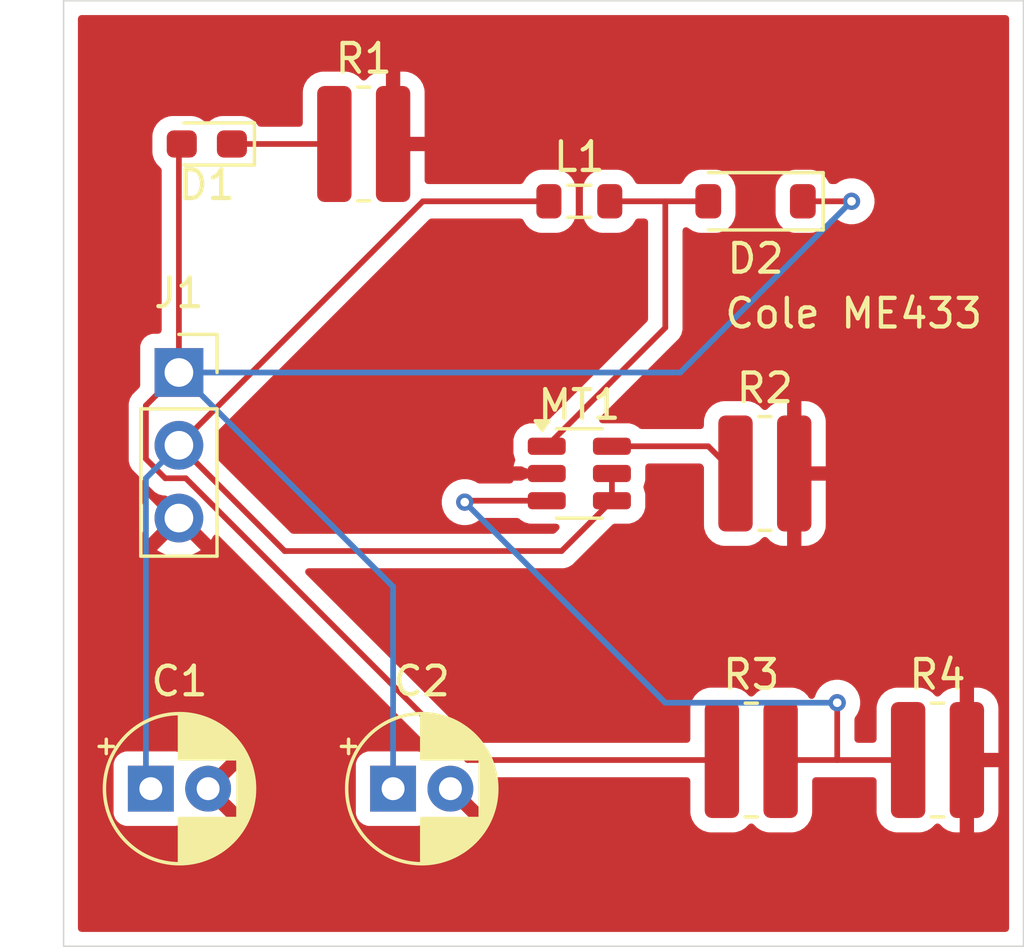
<source format=kicad_pcb>
(kicad_pcb (version 20241229) (generator "pcbnew") (generator_version "9.0")
  (layers (0 "F.Cu" signal) (2 "B.Cu" signal) (13 "F.Paste" user) (15 "B.Paste" user) (5 "F.SilkS" user "F.Silkscreen") (7 "B.SilkS" user "B.Silkscreen") (1 "F.Mask" user) (3 "B.Mask" user) (25 "Edge.Cuts" user))
  (net 0 "")
  (net 1 "GND")
  (net 2 "VCC")
  (net 3 "+5V")
  (net 4 "Net-(D1-K)")
  (net 5 "Net-(D2-A)")
  (net 6 "Net-(MT1-6-OC)")
  (net 7 "Net-(MT1-3-FB)")
  (footprint "Package_TO_SOT_SMD:SOT-23-6" (layer "F.Cu") (at 120 73.5)
    (property "Reference" "MT1" (at 0 -2.4 0) (layer "F.SilkS"))
    (property "Value" "~")
    (fp_line (start 0 -1.56) (end -0.8 -1.56) (stroke (width 0.12)) (layer "F.SilkS"))
    (fp_line (start 0 -1.56) (end 0.8 -1.56) (stroke (width 0.12)) (layer "F.SilkS"))
    (fp_line (start 0 1.56) (end -0.8 1.56) (stroke (width 0.12)) (layer "F.SilkS"))
    (fp_line (start 0 1.56) (end 0.8 1.56) (stroke (width 0.12)) (layer "F.SilkS"))
    (fp_poly (pts (xy -1.3 -1.51) (xy -1.54 -1.84) (xy -1.06 -1.84)) (stroke (width 0.12)) (fill yes) (layer "F.SilkS"))
    (pad "1" smd roundrect (at -1.1375 -0.95) (size 1.325 0.6) (layers "F.Cu" "F.Mask" "F.Paste") (net 5 "Net-(D2-A)"))
    (pad "2" smd roundrect (at -1.1375 0) (size 1.325 0.6) (layers "F.Cu" "F.Mask" "F.Paste") (net 1 "GND"))
    (pad "3" smd roundrect (at -1.1375 0.95) (size 1.325 0.6) (layers "F.Cu" "F.Mask" "F.Paste") (net 7 "Net-(MT1-3-FB)"))
    (pad "4" smd roundrect (at 1.1375 0.95) (size 1.325 0.6) (layers "F.Cu" "F.Mask" "F.Paste") (net 2 "VCC"))
    (pad "5" smd roundrect (at 1.1375 0) (size 1.325 0.6) (layers "F.Cu" "F.Mask" "F.Paste") (net 2 "VCC"))
    (pad "6" smd roundrect (at 1.1375 -0.95) (size 1.325 0.6) (layers "F.Cu" "F.Mask" "F.Paste") (net 6 "Net-(MT1-6-OC)"))
  )
  (footprint "Capacitor_THT:CP_Radial_D5.0mm_P2.00mm" (layer "F.Cu") (at 113.5 84.5)
    (property "Reference" "C2" (at 1 -3.75 0) (layer "F.SilkS"))
    (property "Value" "22 uF")
    (fp_line (start -1.804775 -1.475) (end -1.304775 -1.475) (stroke (width 0.12)) (layer "F.SilkS"))
    (fp_line (start -1.554775 -1.725) (end -1.554775 -1.225) (stroke (width 0.12)) (layer "F.SilkS"))
    (fp_line (start 1 -2.58) (end 1 -1.04) (stroke (width 0.12)) (layer "F.SilkS"))
    (fp_line (start 1 1.04) (end 1 2.58) (stroke (width 0.12)) (layer "F.SilkS"))
    (fp_line (start 1.04 -2.58) (end 1.04 -1.04) (stroke (width 0.12)) (layer "F.SilkS"))
    (fp_line (start 1.04 1.04) (end 1.04 2.58) (stroke (width 0.12)) (layer "F.SilkS"))
    (fp_line (start 1.08 -2.579) (end 1.08 -1.04) (stroke (width 0.12)) (layer "F.SilkS"))
    (fp_line (start 1.08 1.04) (end 1.08 2.579) (stroke (width 0.12)) (layer "F.SilkS"))
    (fp_line (start 1.12 -2.577) (end 1.12 -1.04) (stroke (width 0.12)) (layer "F.SilkS"))
    (fp_line (start 1.12 1.04) (end 1.12 2.577) (stroke (width 0.12)) (layer "F.SilkS"))
    (fp_line (start 1.16 -2.575) (end 1.16 -1.04) (stroke (width 0.12)) (layer "F.SilkS"))
    (fp_line (start 1.16 1.04) (end 1.16 2.575) (stroke (width 0.12)) (layer "F.SilkS"))
    (fp_line (start 1.2 -2.572) (end 1.2 -1.04) (stroke (width 0.12)) (layer "F.SilkS"))
    (fp_line (start 1.2 1.04) (end 1.2 2.572) (stroke (width 0.12)) (layer "F.SilkS"))
    (fp_line (start 1.24 -2.569) (end 1.24 -1.04) (stroke (width 0.12)) (layer "F.SilkS"))
    (fp_line (start 1.24 1.04) (end 1.24 2.569) (stroke (width 0.12)) (layer "F.SilkS"))
    (fp_line (start 1.28 -2.565) (end 1.28 -1.04) (stroke (width 0.12)) (layer "F.SilkS"))
    (fp_line (start 1.28 1.04) (end 1.28 2.565) (stroke (width 0.12)) (layer "F.SilkS"))
    (fp_line (start 1.32 -2.56) (end 1.32 -1.04) (stroke (width 0.12)) (layer "F.SilkS"))
    (fp_line (start 1.32 1.04) (end 1.32 2.56) (stroke (width 0.12)) (layer "F.SilkS"))
    (fp_line (start 1.36 -2.555) (end 1.36 -1.04) (stroke (width 0.12)) (layer "F.SilkS"))
    (fp_line (start 1.36 1.04) (end 1.36 2.555) (stroke (width 0.12)) (layer "F.SilkS"))
    (fp_line (start 1.4 -2.549) (end 1.4 -1.04) (stroke (width 0.12)) (layer "F.SilkS"))
    (fp_line (start 1.4 1.04) (end 1.4 2.549) (stroke (width 0.12)) (layer "F.SilkS"))
    (fp_line (start 1.44 -2.543) (end 1.44 -1.04) (stroke (width 0.12)) (layer "F.SilkS"))
    (fp_line (start 1.44 1.04) (end 1.44 2.543) (stroke (width 0.12)) (layer "F.SilkS"))
    (fp_line (start 1.48 -2.536) (end 1.48 -1.04) (stroke (width 0.12)) (layer "F.SilkS"))
    (fp_line (start 1.48 1.04) (end 1.48 2.536) (stroke (width 0.12)) (layer "F.SilkS"))
    (fp_line (start 1.52 -2.528) (end 1.52 -1.04) (stroke (width 0.12)) (layer "F.SilkS"))
    (fp_line (start 1.52 1.04) (end 1.52 2.528) (stroke (width 0.12)) (layer "F.SilkS"))
    (fp_line (start 1.56 -2.519) (end 1.56 -1.04) (stroke (width 0.12)) (layer "F.SilkS"))
    (fp_line (start 1.56 1.04) (end 1.56 2.519) (stroke (width 0.12)) (layer "F.SilkS"))
    (fp_line (start 1.6 -2.51) (end 1.6 -1.04) (stroke (width 0.12)) (layer "F.SilkS"))
    (fp_line (start 1.6 1.04) (end 1.6 2.51) (stroke (width 0.12)) (layer "F.SilkS"))
    (fp_line (start 1.64 -2.501) (end 1.64 -1.04) (stroke (width 0.12)) (layer "F.SilkS"))
    (fp_line (start 1.64 1.04) (end 1.64 2.501) (stroke (width 0.12)) (layer "F.SilkS"))
    (fp_line (start 1.68 -2.49) (end 1.68 -1.04) (stroke (width 0.12)) (layer "F.SilkS"))
    (fp_line (start 1.68 1.04) (end 1.68 2.49) (stroke (width 0.12)) (layer "F.SilkS"))
    (fp_line (start 1.72 -2.479) (end 1.72 -1.04) (stroke (width 0.12)) (layer "F.SilkS"))
    (fp_line (start 1.72 1.04) (end 1.72 2.479) (stroke (width 0.12)) (layer "F.SilkS"))
    (fp_line (start 1.76 -2.467) (end 1.76 -1.04) (stroke (width 0.12)) (layer "F.SilkS"))
    (fp_line (start 1.76 1.04) (end 1.76 2.467) (stroke (width 0.12)) (layer "F.SilkS"))
    (fp_line (start 1.8 -2.455) (end 1.8 -1.04) (stroke (width 0.12)) (layer "F.SilkS"))
    (fp_line (start 1.8 1.04) (end 1.8 2.455) (stroke (width 0.12)) (layer "F.SilkS"))
    (fp_line (start 1.84 -2.442) (end 1.84 -1.04) (stroke (width 0.12)) (layer "F.SilkS"))
    (fp_line (start 1.84 1.04) (end 1.84 2.442) (stroke (width 0.12)) (layer "F.SilkS"))
    (fp_line (start 1.88 -2.428) (end 1.88 -1.04) (stroke (width 0.12)) (layer "F.SilkS"))
    (fp_line (start 1.88 1.04) (end 1.88 2.428) (stroke (width 0.12)) (layer "F.SilkS"))
    (fp_line (start 1.92 -2.413) (end 1.92 -1.04) (stroke (width 0.12)) (layer "F.SilkS"))
    (fp_line (start 1.92 1.04) (end 1.92 2.413) (stroke (width 0.12)) (layer "F.SilkS"))
    (fp_line (start 1.96 -2.398) (end 1.96 -1.04) (stroke (width 0.12)) (layer "F.SilkS"))
    (fp_line (start 1.96 1.04) (end 1.96 2.398) (stroke (width 0.12)) (layer "F.SilkS"))
    (fp_line (start 2 -2.382) (end 2 -1.04) (stroke (width 0.12)) (layer "F.SilkS"))
    (fp_line (start 2 1.04) (end 2 2.382) (stroke (width 0.12)) (layer "F.SilkS"))
    (fp_line (start 2.04 -2.365) (end 2.04 -1.04) (stroke (width 0.12)) (layer "F.SilkS"))
    (fp_line (start 2.04 1.04) (end 2.04 2.365) (stroke (width 0.12)) (layer "F.SilkS"))
    (fp_line (start 2.08 -2.347) (end 2.08 -1.04) (stroke (width 0.12)) (layer "F.SilkS"))
    (fp_line (start 2.08 1.04) (end 2.08 2.347) (stroke (width 0.12)) (layer "F.SilkS"))
    (fp_line (start 2.12 -2.329) (end 2.12 -1.04) (stroke (width 0.12)) (layer "F.SilkS"))
    (fp_line (start 2.12 1.04) (end 2.12 2.329) (stroke (width 0.12)) (layer "F.SilkS"))
    (fp_line (start 2.16 -2.309) (end 2.16 -1.04) (stroke (width 0.12)) (layer "F.SilkS"))
    (fp_line (start 2.16 1.04) (end 2.16 2.309) (stroke (width 0.12)) (layer "F.SilkS"))
    (fp_line (start 2.2 -2.289) (end 2.2 -1.04) (stroke (width 0.12)) (layer "F.SilkS"))
    (fp_line (start 2.2 1.04) (end 2.2 2.289) (stroke (width 0.12)) (layer "F.SilkS"))
    (fp_line (start 2.24 -2.268) (end 2.24 -1.04) (stroke (width 0.12)) (layer "F.SilkS"))
    (fp_line (start 2.24 1.04) (end 2.24 2.268) (stroke (width 0.12)) (layer "F.SilkS"))
    (fp_line (start 2.28 -2.246) (end 2.28 -1.04) (stroke (width 0.12)) (layer "F.SilkS"))
    (fp_line (start 2.28 1.04) (end 2.28 2.246) (stroke (width 0.12)) (layer "F.SilkS"))
    (fp_line (start 2.32 -2.223) (end 2.32 -1.04) (stroke (width 0.12)) (layer "F.SilkS"))
    (fp_line (start 2.32 1.04) (end 2.32 2.223) (stroke (width 0.12)) (layer "F.SilkS"))
    (fp_line (start 2.36 -2.199) (end 2.36 -1.04) (stroke (width 0.12)) (layer "F.SilkS"))
    (fp_line (start 2.36 1.04) (end 2.36 2.199) (stroke (width 0.12)) (layer "F.SilkS"))
    (fp_line (start 2.4 -2.175) (end 2.4 -1.04) (stroke (width 0.12)) (layer "F.SilkS"))
    (fp_line (start 2.4 1.04) (end 2.4 2.175) (stroke (width 0.12)) (layer "F.SilkS"))
    (fp_line (start 2.44 -2.149) (end 2.44 -1.04) (stroke (width 0.12)) (layer "F.SilkS"))
    (fp_line (start 2.44 1.04) (end 2.44 2.149) (stroke (width 0.12)) (layer "F.SilkS"))
    (fp_line (start 2.48 -2.122) (end 2.48 -1.04) (stroke (width 0.12)) (layer "F.SilkS"))
    (fp_line (start 2.48 1.04) (end 2.48 2.122) (stroke (width 0.12)) (layer "F.SilkS"))
    (fp_line (start 2.52 -2.094) (end 2.52 -1.04) (stroke (width 0.12)) (layer "F.SilkS"))
    (fp_line (start 2.52 1.04) (end 2.52 2.094) (stroke (width 0.12)) (layer "F.SilkS"))
    (fp_line (start 2.56 -2.065) (end 2.56 -1.04) (stroke (width 0.12)) (layer "F.SilkS"))
    (fp_line (start 2.56 1.04) (end 2.56 2.065) (stroke (width 0.12)) (layer "F.SilkS"))
    (fp_line (start 2.6 -2.035) (end 2.6 -1.04) (stroke (width 0.12)) (layer "F.SilkS"))
    (fp_line (start 2.6 1.04) (end 2.6 2.035) (stroke (width 0.12)) (layer "F.SilkS"))
    (fp_line (start 2.64 -2.003) (end 2.64 -1.04) (stroke (width 0.12)) (layer "F.SilkS"))
    (fp_line (start 2.64 1.04) (end 2.64 2.003) (stroke (width 0.12)) (layer "F.SilkS"))
    (fp_line (start 2.68 -1.97) (end 2.68 -1.04) (stroke (width 0.12)) (layer "F.SilkS"))
    (fp_line (start 2.68 1.04) (end 2.68 1.97) (stroke (width 0.12)) (layer "F.SilkS"))
    (fp_line (start 2.72 -1.936) (end 2.72 -1.04) (stroke (width 0.12)) (layer "F.SilkS"))
    (fp_line (start 2.72 1.04) (end 2.72 1.936) (stroke (width 0.12)) (layer "F.SilkS"))
    (fp_line (start 2.76 -1.901) (end 2.76 -1.04) (stroke (width 0.12)) (layer "F.SilkS"))
    (fp_line (start 2.76 1.04) (end 2.76 1.901) (stroke (width 0.12)) (layer "F.SilkS"))
    (fp_line (start 2.8 -1.864) (end 2.8 -1.04) (stroke (width 0.12)) (layer "F.SilkS"))
    (fp_line (start 2.8 1.04) (end 2.8 1.864) (stroke (width 0.12)) (layer "F.SilkS"))
    (fp_line (start 2.84 -1.825) (end 2.84 -1.04) (stroke (width 0.12)) (layer "F.SilkS"))
    (fp_line (start 2.84 1.04) (end 2.84 1.825) (stroke (width 0.12)) (layer "F.SilkS"))
    (fp_line (start 2.88 -1.785) (end 2.88 -1.04) (stroke (width 0.12)) (layer "F.SilkS"))
    (fp_line (start 2.88 1.04) (end 2.88 1.785) (stroke (width 0.12)) (layer "F.SilkS"))
    (fp_line (start 2.92 -1.743) (end 2.92 -1.04) (stroke (width 0.12)) (layer "F.SilkS"))
    (fp_line (start 2.92 1.04) (end 2.92 1.743) (stroke (width 0.12)) (layer "F.SilkS"))
    (fp_line (start 2.96 -1.699) (end 2.96 -1.04) (stroke (width 0.12)) (layer "F.SilkS"))
    (fp_line (start 2.96 1.04) (end 2.96 1.699) (stroke (width 0.12)) (layer "F.SilkS"))
    (fp_line (start 3 -1.652) (end 3 -1.04) (stroke (width 0.12)) (layer "F.SilkS"))
    (fp_line (start 3 1.04) (end 3 1.652) (stroke (width 0.12)) (layer "F.SilkS"))
    (fp_line (start 3.04 -1.604) (end 3.04 1.604) (stroke (width 0.12)) (layer "F.SilkS"))
    (fp_line (start 3.08 -1.553) (end 3.08 1.553) (stroke (width 0.12)) (layer "F.SilkS"))
    (fp_line (start 3.12 -1.499) (end 3.12 1.499) (stroke (width 0.12)) (layer "F.SilkS"))
    (fp_line (start 3.16 -1.443) (end 3.16 1.443) (stroke (width 0.12)) (layer "F.SilkS"))
    (fp_line (start 3.2 -1.383) (end 3.2 1.383) (stroke (width 0.12)) (layer "F.SilkS"))
    (fp_line (start 3.24 -1.319) (end 3.24 1.319) (stroke (width 0.12)) (layer "F.SilkS"))
    (fp_line (start 3.28 -1.251) (end 3.28 1.251) (stroke (width 0.12)) (layer "F.SilkS"))
    (fp_line (start 3.32 -1.177) (end 3.32 1.177) (stroke (width 0.12)) (layer "F.SilkS"))
    (fp_line (start 3.36 -1.098) (end 3.36 1.098) (stroke (width 0.12)) (layer "F.SilkS"))
    (fp_line (start 3.4 -1.011) (end 3.4 1.011) (stroke (width 0.12)) (layer "F.SilkS"))
    (fp_line (start 3.44 -0.914) (end 3.44 0.914) (stroke (width 0.12)) (layer "F.SilkS"))
    (fp_line (start 3.48 -0.805) (end 3.48 0.805) (stroke (width 0.12)) (layer "F.SilkS"))
    (fp_line (start 3.52 -0.677) (end 3.52 0.677) (stroke (width 0.12)) (layer "F.SilkS"))
    (fp_line (start 3.56 -0.517) (end 3.56 0.517) (stroke (width 0.12)) (layer "F.SilkS"))
    (fp_line (start 3.6 -0.283) (end 3.6 0.283) (stroke (width 0.12)) (layer "F.SilkS"))
    (fp_circle (center 1 0) (end 3.62 0) (stroke (width 0.12)) (fill no) (layer "F.SilkS"))
    (pad "1" thru_hole rect (at 0 0) (size 1.6 1.6) (drill 0.8) (layers "*.Cu" "*.Mask") (net 3 "+5V"))
    (pad "2" thru_hole circle (at 2 0) (size 1.6 1.6) (drill 0.8) (layers "*.Cu" "*.Mask") (net 1 "GND"))
  )
  (footprint "Resistor_SMD:R_0815_2038Metric_Pad1.20x4.05mm_HandSolder" (layer "F.Cu") (at 126 83.5)
    (property "Reference" "R3" (at 0 -2.98 0) (layer "F.SilkS"))
    (property "Value" "110k")
    (fp_line (start -0.210242 -1.985) (end 0.210242 -1.985) (stroke (width 0.12)) (layer "F.SilkS"))
    (fp_line (start -0.210242 1.985) (end 0.210242 1.985) (stroke (width 0.12)) (layer "F.SilkS"))
    (pad "1" smd roundrect (at -1.025 0) (size 1.2 4.05) (layers "F.Cu" "F.Mask" "F.Paste") (roundrect_rratio 0.208333) (net 3 "+5V"))
    (pad "2" smd roundrect (at 1.025 0) (size 1.2 4.05) (layers "F.Cu" "F.Mask" "F.Paste") (roundrect_rratio 0.208333) (net 7 "Net-(MT1-3-FB)"))
  )
  (footprint "Capacitor_THT:CP_Radial_D5.0mm_P2.00mm" (layer "F.Cu") (at 105.044888 84.5)
    (property "Reference" "C1" (at 1 -3.75 0) (layer "F.SilkS"))
    (property "Value" "22 uF")
    (fp_line (start -1.804775 -1.475) (end -1.304775 -1.475) (stroke (width 0.12)) (layer "F.SilkS"))
    (fp_line (start -1.554775 -1.725) (end -1.554775 -1.225) (stroke (width 0.12)) (layer "F.SilkS"))
    (fp_line (start 1 -2.58) (end 1 -1.04) (stroke (width 0.12)) (layer "F.SilkS"))
    (fp_line (start 1 1.04) (end 1 2.58) (stroke (width 0.12)) (layer "F.SilkS"))
    (fp_line (start 1.04 -2.58) (end 1.04 -1.04) (stroke (width 0.12)) (layer "F.SilkS"))
    (fp_line (start 1.04 1.04) (end 1.04 2.58) (stroke (width 0.12)) (layer "F.SilkS"))
    (fp_line (start 1.08 -2.579) (end 1.08 -1.04) (stroke (width 0.12)) (layer "F.SilkS"))
    (fp_line (start 1.08 1.04) (end 1.08 2.579) (stroke (width 0.12)) (layer "F.SilkS"))
    (fp_line (start 1.12 -2.577) (end 1.12 -1.04) (stroke (width 0.12)) (layer "F.SilkS"))
    (fp_line (start 1.12 1.04) (end 1.12 2.577) (stroke (width 0.12)) (layer "F.SilkS"))
    (fp_line (start 1.16 -2.575) (end 1.16 -1.04) (stroke (width 0.12)) (layer "F.SilkS"))
    (fp_line (start 1.16 1.04) (end 1.16 2.575) (stroke (width 0.12)) (layer "F.SilkS"))
    (fp_line (start 1.2 -2.572) (end 1.2 -1.04) (stroke (width 0.12)) (layer "F.SilkS"))
    (fp_line (start 1.2 1.04) (end 1.2 2.572) (stroke (width 0.12)) (layer "F.SilkS"))
    (fp_line (start 1.24 -2.569) (end 1.24 -1.04) (stroke (width 0.12)) (layer "F.SilkS"))
    (fp_line (start 1.24 1.04) (end 1.24 2.569) (stroke (width 0.12)) (layer "F.SilkS"))
    (fp_line (start 1.28 -2.565) (end 1.28 -1.04) (stroke (width 0.12)) (layer "F.SilkS"))
    (fp_line (start 1.28 1.04) (end 1.28 2.565) (stroke (width 0.12)) (layer "F.SilkS"))
    (fp_line (start 1.32 -2.56) (end 1.32 -1.04) (stroke (width 0.12)) (layer "F.SilkS"))
    (fp_line (start 1.32 1.04) (end 1.32 2.56) (stroke (width 0.12)) (layer "F.SilkS"))
    (fp_line (start 1.36 -2.555) (end 1.36 -1.04) (stroke (width 0.12)) (layer "F.SilkS"))
    (fp_line (start 1.36 1.04) (end 1.36 2.555) (stroke (width 0.12)) (layer "F.SilkS"))
    (fp_line (start 1.4 -2.549) (end 1.4 -1.04) (stroke (width 0.12)) (layer "F.SilkS"))
    (fp_line (start 1.4 1.04) (end 1.4 2.549) (stroke (width 0.12)) (layer "F.SilkS"))
    (fp_line (start 1.44 -2.543) (end 1.44 -1.04) (stroke (width 0.12)) (layer "F.SilkS"))
    (fp_line (start 1.44 1.04) (end 1.44 2.543) (stroke (width 0.12)) (layer "F.SilkS"))
    (fp_line (start 1.48 -2.536) (end 1.48 -1.04) (stroke (width 0.12)) (layer "F.SilkS"))
    (fp_line (start 1.48 1.04) (end 1.48 2.536) (stroke (width 0.12)) (layer "F.SilkS"))
    (fp_line (start 1.52 -2.528) (end 1.52 -1.04) (stroke (width 0.12)) (layer "F.SilkS"))
    (fp_line (start 1.52 1.04) (end 1.52 2.528) (stroke (width 0.12)) (layer "F.SilkS"))
    (fp_line (start 1.56 -2.519) (end 1.56 -1.04) (stroke (width 0.12)) (layer "F.SilkS"))
    (fp_line (start 1.56 1.04) (end 1.56 2.519) (stroke (width 0.12)) (layer "F.SilkS"))
    (fp_line (start 1.6 -2.51) (end 1.6 -1.04) (stroke (width 0.12)) (layer "F.SilkS"))
    (fp_line (start 1.6 1.04) (end 1.6 2.51) (stroke (width 0.12)) (layer "F.SilkS"))
    (fp_line (start 1.64 -2.501) (end 1.64 -1.04) (stroke (width 0.12)) (layer "F.SilkS"))
    (fp_line (start 1.64 1.04) (end 1.64 2.501) (stroke (width 0.12)) (layer "F.SilkS"))
    (fp_line (start 1.68 -2.49) (end 1.68 -1.04) (stroke (width 0.12)) (layer "F.SilkS"))
    (fp_line (start 1.68 1.04) (end 1.68 2.49) (stroke (width 0.12)) (layer "F.SilkS"))
    (fp_line (start 1.72 -2.479) (end 1.72 -1.04) (stroke (width 0.12)) (layer "F.SilkS"))
    (fp_line (start 1.72 1.04) (end 1.72 2.479) (stroke (width 0.12)) (layer "F.SilkS"))
    (fp_line (start 1.76 -2.467) (end 1.76 -1.04) (stroke (width 0.12)) (layer "F.SilkS"))
    (fp_line (start 1.76 1.04) (end 1.76 2.467) (stroke (width 0.12)) (layer "F.SilkS"))
    (fp_line (start 1.8 -2.455) (end 1.8 -1.04) (stroke (width 0.12)) (layer "F.SilkS"))
    (fp_line (start 1.8 1.04) (end 1.8 2.455) (stroke (width 0.12)) (layer "F.SilkS"))
    (fp_line (start 1.84 -2.442) (end 1.84 -1.04) (stroke (width 0.12)) (layer "F.SilkS"))
    (fp_line (start 1.84 1.04) (end 1.84 2.442) (stroke (width 0.12)) (layer "F.SilkS"))
    (fp_line (start 1.88 -2.428) (end 1.88 -1.04) (stroke (width 0.12)) (layer "F.SilkS"))
    (fp_line (start 1.88 1.04) (end 1.88 2.428) (stroke (width 0.12)) (layer "F.SilkS"))
    (fp_line (start 1.92 -2.413) (end 1.92 -1.04) (stroke (width 0.12)) (layer "F.SilkS"))
    (fp_line (start 1.92 1.04) (end 1.92 2.413) (stroke (width 0.12)) (layer "F.SilkS"))
    (fp_line (start 1.96 -2.398) (end 1.96 -1.04) (stroke (width 0.12)) (layer "F.SilkS"))
    (fp_line (start 1.96 1.04) (end 1.96 2.398) (stroke (width 0.12)) (layer "F.SilkS"))
    (fp_line (start 2 -2.382) (end 2 -1.04) (stroke (width 0.12)) (layer "F.SilkS"))
    (fp_line (start 2 1.04) (end 2 2.382) (stroke (width 0.12)) (layer "F.SilkS"))
    (fp_line (start 2.04 -2.365) (end 2.04 -1.04) (stroke (width 0.12)) (layer "F.SilkS"))
    (fp_line (start 2.04 1.04) (end 2.04 2.365) (stroke (width 0.12)) (layer "F.SilkS"))
    (fp_line (start 2.08 -2.347) (end 2.08 -1.04) (stroke (width 0.12)) (layer "F.SilkS"))
    (fp_line (start 2.08 1.04) (end 2.08 2.347) (stroke (width 0.12)) (layer "F.SilkS"))
    (fp_line (start 2.12 -2.329) (end 2.12 -1.04) (stroke (width 0.12)) (layer "F.SilkS"))
    (fp_line (start 2.12 1.04) (end 2.12 2.329) (stroke (width 0.12)) (layer "F.SilkS"))
    (fp_line (start 2.16 -2.309) (end 2.16 -1.04) (stroke (width 0.12)) (layer "F.SilkS"))
    (fp_line (start 2.16 1.04) (end 2.16 2.309) (stroke (width 0.12)) (layer "F.SilkS"))
    (fp_line (start 2.2 -2.289) (end 2.2 -1.04) (stroke (width 0.12)) (layer "F.SilkS"))
    (fp_line (start 2.2 1.04) (end 2.2 2.289) (stroke (width 0.12)) (layer "F.SilkS"))
    (fp_line (start 2.24 -2.268) (end 2.24 -1.04) (stroke (width 0.12)) (layer "F.SilkS"))
    (fp_line (start 2.24 1.04) (end 2.24 2.268) (stroke (width 0.12)) (layer "F.SilkS"))
    (fp_line (start 2.28 -2.246) (end 2.28 -1.04) (stroke (width 0.12)) (layer "F.SilkS"))
    (fp_line (start 2.28 1.04) (end 2.28 2.246) (stroke (width 0.12)) (layer "F.SilkS"))
    (fp_line (start 2.32 -2.223) (end 2.32 -1.04) (stroke (width 0.12)) (layer "F.SilkS"))
    (fp_line (start 2.32 1.04) (end 2.32 2.223) (stroke (width 0.12)) (layer "F.SilkS"))
    (fp_line (start 2.36 -2.199) (end 2.36 -1.04) (stroke (width 0.12)) (layer "F.SilkS"))
    (fp_line (start 2.36 1.04) (end 2.36 2.199) (stroke (width 0.12)) (layer "F.SilkS"))
    (fp_line (start 2.4 -2.175) (end 2.4 -1.04) (stroke (width 0.12)) (layer "F.SilkS"))
    (fp_line (start 2.4 1.04) (end 2.4 2.175) (stroke (width 0.12)) (layer "F.SilkS"))
    (fp_line (start 2.44 -2.149) (end 2.44 -1.04) (stroke (width 0.12)) (layer "F.SilkS"))
    (fp_line (start 2.44 1.04) (end 2.44 2.149) (stroke (width 0.12)) (layer "F.SilkS"))
    (fp_line (start 2.48 -2.122) (end 2.48 -1.04) (stroke (width 0.12)) (layer "F.SilkS"))
    (fp_line (start 2.48 1.04) (end 2.48 2.122) (stroke (width 0.12)) (layer "F.SilkS"))
    (fp_line (start 2.52 -2.094) (end 2.52 -1.04) (stroke (width 0.12)) (layer "F.SilkS"))
    (fp_line (start 2.52 1.04) (end 2.52 2.094) (stroke (width 0.12)) (layer "F.SilkS"))
    (fp_line (start 2.56 -2.065) (end 2.56 -1.04) (stroke (width 0.12)) (layer "F.SilkS"))
    (fp_line (start 2.56 1.04) (end 2.56 2.065) (stroke (width 0.12)) (layer "F.SilkS"))
    (fp_line (start 2.6 -2.035) (end 2.6 -1.04) (stroke (width 0.12)) (layer "F.SilkS"))
    (fp_line (start 2.6 1.04) (end 2.6 2.035) (stroke (width 0.12)) (layer "F.SilkS"))
    (fp_line (start 2.64 -2.003) (end 2.64 -1.04) (stroke (width 0.12)) (layer "F.SilkS"))
    (fp_line (start 2.64 1.04) (end 2.64 2.003) (stroke (width 0.12)) (layer "F.SilkS"))
    (fp_line (start 2.68 -1.97) (end 2.68 -1.04) (stroke (width 0.12)) (layer "F.SilkS"))
    (fp_line (start 2.68 1.04) (end 2.68 1.97) (stroke (width 0.12)) (layer "F.SilkS"))
    (fp_line (start 2.72 -1.936) (end 2.72 -1.04) (stroke (width 0.12)) (layer "F.SilkS"))
    (fp_line (start 2.72 1.04) (end 2.72 1.936) (stroke (width 0.12)) (layer "F.SilkS"))
    (fp_line (start 2.76 -1.901) (end 2.76 -1.04) (stroke (width 0.12)) (layer "F.SilkS"))
    (fp_line (start 2.76 1.04) (end 2.76 1.901) (stroke (width 0.12)) (layer "F.SilkS"))
    (fp_line (start 2.8 -1.864) (end 2.8 -1.04) (stroke (width 0.12)) (layer "F.SilkS"))
    (fp_line (start 2.8 1.04) (end 2.8 1.864) (stroke (width 0.12)) (layer "F.SilkS"))
    (fp_line (start 2.84 -1.825) (end 2.84 -1.04) (stroke (width 0.12)) (layer "F.SilkS"))
    (fp_line (start 2.84 1.04) (end 2.84 1.825) (stroke (width 0.12)) (layer "F.SilkS"))
    (fp_line (start 2.88 -1.785) (end 2.88 -1.04) (stroke (width 0.12)) (layer "F.SilkS"))
    (fp_line (start 2.88 1.04) (end 2.88 1.785) (stroke (width 0.12)) (layer "F.SilkS"))
    (fp_line (start 2.92 -1.743) (end 2.92 -1.04) (stroke (width 0.12)) (layer "F.SilkS"))
    (fp_line (start 2.92 1.04) (end 2.92 1.743) (stroke (width 0.12)) (layer "F.SilkS"))
    (fp_line (start 2.96 -1.699) (end 2.96 -1.04) (stroke (width 0.12)) (layer "F.SilkS"))
    (fp_line (start 2.96 1.04) (end 2.96 1.699) (stroke (width 0.12)) (layer "F.SilkS"))
    (fp_line (start 3 -1.652) (end 3 -1.04) (stroke (width 0.12)) (layer "F.SilkS"))
    (fp_line (start 3 1.04) (end 3 1.652) (stroke (width 0.12)) (layer "F.SilkS"))
    (fp_line (start 3.04 -1.604) (end 3.04 1.604) (stroke (width 0.12)) (layer "F.SilkS"))
    (fp_line (start 3.08 -1.553) (end 3.08 1.553) (stroke (width 0.12)) (layer "F.SilkS"))
    (fp_line (start 3.12 -1.499) (end 3.12 1.499) (stroke (width 0.12)) (layer "F.SilkS"))
    (fp_line (start 3.16 -1.443) (end 3.16 1.443) (stroke (width 0.12)) (layer "F.SilkS"))
    (fp_line (start 3.2 -1.383) (end 3.2 1.383) (stroke (width 0.12)) (layer "F.SilkS"))
    (fp_line (start 3.24 -1.319) (end 3.24 1.319) (stroke (width 0.12)) (layer "F.SilkS"))
    (fp_line (start 3.28 -1.251) (end 3.28 1.251) (stroke (width 0.12)) (layer "F.SilkS"))
    (fp_line (start 3.32 -1.177) (end 3.32 1.177) (stroke (width 0.12)) (layer "F.SilkS"))
    (fp_line (start 3.36 -1.098) (end 3.36 1.098) (stroke (width 0.12)) (layer "F.SilkS"))
    (fp_line (start 3.4 -1.011) (end 3.4 1.011) (stroke (width 0.12)) (layer "F.SilkS"))
    (fp_line (start 3.44 -0.914) (end 3.44 0.914) (stroke (width 0.12)) (layer "F.SilkS"))
    (fp_line (start 3.48 -0.805) (end 3.48 0.805) (stroke (width 0.12)) (layer "F.SilkS"))
    (fp_line (start 3.52 -0.677) (end 3.52 0.677) (stroke (width 0.12)) (layer "F.SilkS"))
    (fp_line (start 3.56 -0.517) (end 3.56 0.517) (stroke (width 0.12)) (layer "F.SilkS"))
    (fp_line (start 3.6 -0.283) (end 3.6 0.283) (stroke (width 0.12)) (layer "F.SilkS"))
    (fp_circle (center 1 0) (end 3.62 0) (stroke (width 0.12)) (fill no) (layer "F.SilkS"))
    (pad "1" thru_hole rect (at 0 0) (size 1.6 1.6) (drill 0.8) (layers "*.Cu" "*.Mask") (net 2 "VCC"))
    (pad "2" thru_hole circle (at 2 0) (size 1.6 1.6) (drill 0.8) (layers "*.Cu" "*.Mask") (net 1 "GND"))
  )
  (footprint "Resistor_SMD:R_0815_2038Metric_Pad1.20x4.05mm_HandSolder" (layer "F.Cu") (at 126.475 73.5)
    (property "Reference" "R2" (at 0 -2.98 0) (layer "F.SilkS"))
    (property "Value" "20k")
    (fp_line (start -0.210242 -1.985) (end 0.210242 -1.985) (stroke (width 0.12)) (layer "F.SilkS"))
    (fp_line (start -0.210242 1.985) (end 0.210242 1.985) (stroke (width 0.12)) (layer "F.SilkS"))
    (pad "1" smd roundrect (at -1.025 0) (size 1.2 4.05) (layers "F.Cu" "F.Mask" "F.Paste") (roundrect_rratio 0.208333) (net 6 "Net-(MT1-6-OC)"))
    (pad "2" smd roundrect (at 1.025 0) (size 1.2 4.05) (layers "F.Cu" "F.Mask" "F.Paste") (roundrect_rratio 0.208333) (net 1 "GND"))
  )
  (footprint "Inductor_SMD:L_0805_2012Metric" (layer "F.Cu") (at 120 64)
    (property "Reference" "L1" (at 0 -1.55 0) (layer "F.SilkS"))
    (property "Value" "4.7 uH")
    (fp_line (start -0.399622 -0.56) (end 0.399622 -0.56) (stroke (width 0.12)) (layer "F.SilkS"))
    (fp_line (start -0.399622 0.56) (end 0.399622 0.56) (stroke (width 0.12)) (layer "F.SilkS"))
    (pad "1" smd roundrect (at -1.0625 0) (size 0.875 1.2) (layers "F.Cu" "F.Mask" "F.Paste") (net 2 "VCC"))
    (pad "2" smd roundrect (at 1.0625 0) (size 0.875 1.2) (layers "F.Cu" "F.Mask" "F.Paste") (net 5 "Net-(D2-A)"))
  )
  (footprint "Connector_PinSocket_2.54mm:PinSocket_1x03_P2.54mm_Vertical" (layer "F.Cu") (at 106.025 69.975)
    (property "Reference" "J1" (at 0 -2.77 0) (layer "F.SilkS"))
    (property "Value" "Conn_01x03_Pin")
    (fp_line (start -1.33 1.27) (end -1.33 6.41) (stroke (width 0.12)) (layer "F.SilkS"))
    (fp_line (start -1.33 1.27) (end 1.33 1.27) (stroke (width 0.12)) (layer "F.SilkS"))
    (fp_line (start -1.33 6.41) (end 1.33 6.41) (stroke (width 0.12)) (layer "F.SilkS"))
    (fp_line (start 0 -1.33) (end 1.33 -1.33) (stroke (width 0.12)) (layer "F.SilkS"))
    (fp_line (start 1.33 -1.33) (end 1.33 0) (stroke (width 0.12)) (layer "F.SilkS"))
    (fp_line (start 1.33 1.27) (end 1.33 6.41) (stroke (width 0.12)) (layer "F.SilkS"))
    (pad "1" thru_hole rect (at 0 0) (size 1.7 1.7) (drill 1) (layers "*.Cu" "*.Mask") (net 3 "+5V"))
    (pad "2" thru_hole circle (at 0 2.54) (size 1.7 1.7) (drill 1) (layers "*.Cu" "*.Mask") (net 2 "VCC"))
    (pad "3" thru_hole circle (at 0 5.08) (size 1.7 1.7) (drill 1) (layers "*.Cu" "*.Mask") (net 1 "GND"))
  )
  (footprint "Resistor_SMD:R_0815_2038Metric_Pad1.20x4.05mm_HandSolder" (layer "F.Cu") (at 132.5 83.5)
    (property "Reference" "R4" (at 0 -2.98 0) (layer "F.SilkS"))
    (property "Value" "15k")
    (fp_line (start -0.210242 -1.985) (end 0.210242 -1.985) (stroke (width 0.12)) (layer "F.SilkS"))
    (fp_line (start -0.210242 1.985) (end 0.210242 1.985) (stroke (width 0.12)) (layer "F.SilkS"))
    (pad "1" smd roundrect (at -1.025 0) (size 1.2 4.05) (layers "F.Cu" "F.Mask" "F.Paste") (roundrect_rratio 0.208333) (net 7 "Net-(MT1-3-FB)"))
    (pad "2" smd roundrect (at 1.025 0) (size 1.2 4.05) (layers "F.Cu" "F.Mask" "F.Paste") (roundrect_rratio 0.208333) (net 1 "GND"))
  )
  (footprint "LED_SMD:LED_0603_1608Metric_Pad1.05x0.95mm_HandSolder" (layer "F.Cu") (at 107 62 180)
    (property "Reference" "D1" (at 0 -1.43 0) (layer "F.SilkS"))
    (property "Value" "RED")
    (fp_line (start 0.8 -0.735) (end -1.66 -0.735) (stroke (width 0.12)) (layer "F.SilkS"))
    (fp_line (start -1.66 0.735) (end 0.8 0.735) (stroke (width 0.12)) (layer "F.SilkS"))
    (fp_line (start -1.66 -0.735) (end -1.66 0.735) (stroke (width 0.12)) (layer "F.SilkS"))
    (pad "1" smd roundrect (at -0.875 0 180) (size 1.05 0.95) (layers "F.Cu" "F.Mask" "F.Paste") (net 4 "Net-(D1-K)"))
    (pad "2" smd roundrect (at 0.875 0 180) (size 1.05 0.95) (layers "F.Cu" "F.Mask" "F.Paste") (net 3 "+5V"))
  )
  (footprint "Resistor_SMD:R_0815_2038Metric_Pad1.20x4.05mm_HandSolder" (layer "F.Cu") (at 112.475 62)
    (property "Reference" "R1" (at 0 -2.98 0) (layer "F.SilkS"))
    (property "Value" "1k")
    (fp_line (start -0.210242 -1.985) (end 0.210242 -1.985) (stroke (width 0.12)) (layer "F.SilkS"))
    (fp_line (start -0.210242 1.985) (end 0.210242 1.985) (stroke (width 0.12)) (layer "F.SilkS"))
    (pad "1" smd roundrect (at -1.025 0) (size 1.2 4.05) (layers "F.Cu" "F.Mask" "F.Paste") (roundrect_rratio 0.208333) (net 4 "Net-(D1-K)"))
    (pad "2" smd roundrect (at 1.025 0) (size 1.2 4.05) (layers "F.Cu" "F.Mask" "F.Paste") (roundrect_rratio 0.208333) (net 1 "GND"))
  )
  (footprint "Diode_SMD:D_SOD-123" (layer "F.Cu") (at 126.15 64 180)
    (property "Reference" "D2" (at 0 -2 0) (layer "F.SilkS"))
    (property "Value" "D_Schottky")
    (fp_line (start -2.36 1) (end 1.65 1) (stroke (width 0.12)) (layer "F.SilkS"))
    (fp_line (start -2.36 -1) (end 1.65 -1) (stroke (width 0.12)) (layer "F.SilkS"))
    (fp_line (start -2.36 -1) (end -2.36 1) (stroke (width 0.12)) (layer "F.SilkS"))
    (pad "1" smd roundrect (at -1.65 0 180) (size 0.9 1.2) (layers "F.Cu" "F.Mask" "F.Paste") (net 3 "+5V"))
    (pad "2" smd roundrect (at 1.65 0 180) (size 0.9 1.2) (layers "F.Cu" "F.Mask" "F.Paste") (net 5 "Net-(D2-A)"))
  )
  (gr_rect (start 102 57) (end 135.5 90) (stroke (width 0.05)) (fill no) (layer "Edge.Cuts"))
  (gr_text "Cole ME433" (at 125 68.5 0) (layer "F.SilkS") (effects (font (size 1 1)) (justify left bottom)))
  (segment (start 118.9375 64) (end 114.54 64) (width 0.2) (layer "F.Cu") (net 2))
  (segment (start 121.1375 74.45) (end 119.3815 76.206) (width 0.2) (layer "F.Cu") (net 2))
  (segment (start 119.3815 76.206) (end 109.716 76.206) (width 0.2) (layer "F.Cu") (net 2))
  (segment (start 109.716 76.206) (end 106.025 72.515) (width 0.2) (layer "F.Cu") (net 2))
  (segment (start 114.54 64) (end 106.025 72.515) (width 0.2) (layer "F.Cu") (net 2))
  (segment (start 121.1375 73.5) (end 121.1375 74.45) (width 0.2) (layer "F.Cu") (net 2))
  (segment (start 104.874 84.329112) (end 104.874 73.666) (width 0.2) (layer "B.Cu") (net 2))
  (segment (start 105.044888 84.5) (end 104.874 84.329112) (width 0.2) (layer "B.Cu") (net 2))
  (segment (start 104.874 73.666) (end 106.025 72.515) (width 0.2) (layer "B.Cu") (net 2))
  (segment (start 124.975 83.5) (end 116.09776 83.5) (width 0.2) (layer "F.Cu") (net 3))
  (segment (start 116.09776 83.5) (end 106.26376 73.666) (width 0.2) (layer "F.Cu") (net 3))
  (segment (start 106.26376 73.666) (end 105.54824 73.666) (width 0.2) (layer "F.Cu") (net 3))
  (segment (start 104.874 72.99176) (end 104.874 71.126) (width 0.2) (layer "F.Cu") (net 3))
  (segment (start 106.025 69.975) (end 106.025 62.1) (width 0.2) (layer "F.Cu") (net 3))
  (segment (start 105.54824 73.666) (end 104.874 72.99176) (width 0.2) (layer "F.Cu") (net 3))
  (segment (start 127.8 64) (end 129.5 64) (width 0.2) (layer "F.Cu") (net 3))
  (segment (start 106.025 62.1) (end 106.125 62) (width 0.2) (layer "F.Cu") (net 3))
  (segment (start 104.874 71.126) (end 106.025 69.975) (width 0.2) (layer "F.Cu") (net 3))
  (via (at 129.5 64) (size 0.6) (drill 0.3) (layers "F.Cu" "B.Cu") (net 3))
  (segment (start 113.5 77.45) (end 106.025 69.975) (width 0.2) (layer "B.Cu") (net 3))
  (segment (start 123.525 69.975) (end 106.025 69.975) (width 0.2) (layer "B.Cu") (net 3))
  (segment (start 129.5 64) (end 123.525 69.975) (width 0.2) (layer "B.Cu") (net 3))
  (segment (start 113.5 84.5) (end 113.5 77.45) (width 0.2) (layer "B.Cu") (net 3))
  (segment (start 107.875 62) (end 111.45 62) (width 0.2) (layer "F.Cu") (net 4))
  (segment (start 118.8625 72.55) (end 123 68.4125) (width 0.2) (layer "F.Cu") (net 5))
  (segment (start 123 68.4125) (end 123 64) (width 0.2) (layer "F.Cu") (net 5))
  (segment (start 123 64) (end 124.5 64) (width 0.2) (layer "F.Cu") (net 5))
  (segment (start 123 64) (end 121.0625 64) (width 0.2) (layer "F.Cu") (net 5))
  (segment (start 121.1375 72.55) (end 124.5 72.55) (width 0.2) (layer "F.Cu") (net 6))
  (segment (start 124.5 72.55) (end 125.45 73.5) (width 0.2) (layer "F.Cu") (net 6))
  (segment (start 127.025 83.5) (end 129 83.5) (width 0.2) (layer "F.Cu") (net 7))
  (segment (start 129 83.5) (end 129 81.5) (width 0.2) (layer "F.Cu") (net 7))
  (segment (start 116 74.5) (end 116.05 74.45) (width 0.2) (layer "F.Cu") (net 7))
  (segment (start 116.05 74.45) (end 118.8625 74.45) (width 0.2) (layer "F.Cu") (net 7))
  (segment (start 129 83.5) (end 131.475 83.5) (width 0.2) (layer "F.Cu") (net 7))
  (via (at 116 74.5) (size 0.6) (drill 0.3) (layers "F.Cu" "B.Cu") (net 7))
  (via (at 129 81.5) (size 0.6) (drill 0.3) (layers "F.Cu" "B.Cu") (net 7))
  (segment (start 129 81.5) (end 123 81.5) (width 0.2) (layer "B.Cu") (net 7))
  (segment (start 123 81.5) (end 116 74.5) (width 0.2) (layer "B.Cu") (net 7))
  (zone (net 1) (net_name "GND") (layer "F.Cu") (connect_pads (clearance 0.5)) (min_thickness 0.25) (fill yes (thermal_gap 0.5) (thermal_bridge_width 0.5))
    (polygon (pts (xy 102.5 57.5) (xy 102.5 90) (xy 135 89.5) (xy 135 57.5)))
  )
)
</source>
